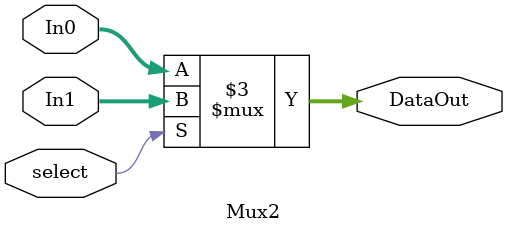
<source format=sv>
module Mux2 #(
    parameter data_bus = 32
) (
    input logic select,
    input logic [data_bus-1:0] In0,
    input logic [data_bus-1:0] In1,
    output logic [data_bus-1:0] DataOut
);
	always_comb begin
		if (select) DataOut <= In1;
		else DataOut <= In0;
	end
endmodule
</source>
